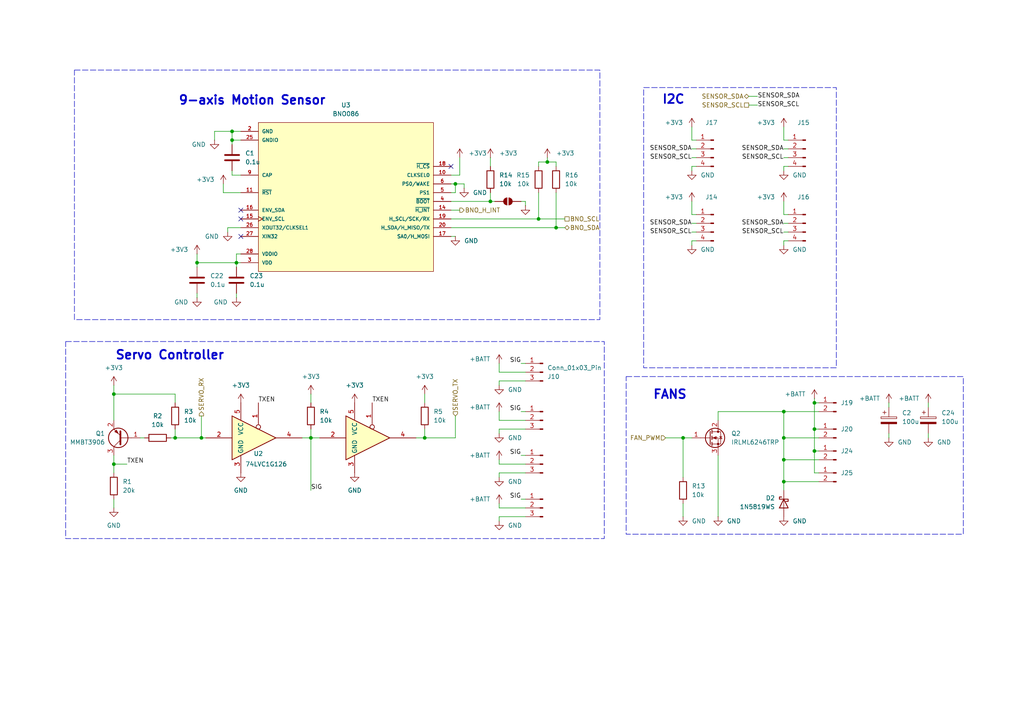
<source format=kicad_sch>
(kicad_sch (version 20250114) (generator "eeschema") (generator_version "9.0")
  (paper "A4")
  (lib_symbols
    (symbol "Beta:74LVC1G126"
      (property "Reference" "U" (at -10.16 7.62 0))
      (property "Value" "74LVC1G126" (at 2.54 -7.62 0))
      (symbol "74LVC1G126_0_1"
        (polyline (pts (xy -7.62 6.35) (xy -7.62 -6.35) (xy 5.08 0) (xy -7.62 6.35)) (stroke (width 0.254)) (fill (type background)))
      )
      (symbol "74LVC1G126_1_1"
        (pin input line (at -15.24 0 0) (length 7.62) (name "~") (number "2"))
        (pin power_in line (at -5.08 10.16 270) (length 5.08) (name "VCC") (number "5"))
        (pin power_in line (at -5.08 -10.16 90) (length 5.08) (name "GND") (number "3"))
        (pin input inverted (at 0 10.16 270) (length 7.62) (name "~") (number "1"))
        (pin tri_state line (at 12.7 0 180) (length 7.62) (name "~") (number "4"))
      )
    )
    (symbol "Beta:BNO086" (pin_names (offset 1.016))
      (property "Reference" "U6" (at 0 25.4 0))
      (property "Value" "BNO086" (at 0 22.86 0))
      (symbol "BNO086_0_0"
        (rectangle (start -25.4 20.32) (end 25.4 -22.86) (stroke (width 0.1524)) (fill (type background)))
        (pin input line (at -30.48 10.16 0) (length 5.08) (name "SA0/H_MOSI") (number "17"))
        (pin bidirectional line (at -30.48 7.62 0) (length 5.08) (name "H_SDA/H_MISO/TX") (number "20"))
        (pin bidirectional line (at -30.48 5.08 0) (length 5.08) (name "H_SCL/SCK/RX") (number "19"))
        (pin output line (at -30.48 2.54 0) (length 5.08) (name "~{H_INT}") (number "14"))
        (pin input line (at -30.48 0 0) (length 5.08) (name "~{BOOT}") (number "4"))
        (pin input line (at -30.48 -2.54 0) (length 5.08) (name "PS1") (number "5"))
        (pin input line (at -30.48 -5.08 0) (length 5.08) (name "PS0/WAKE") (number "6"))
        (pin input line (at -30.48 -7.62 0) (length 5.08) (name "CLKSEL0") (number "10"))
        (pin input line (at -30.48 -10.16 0) (length 5.08) (name "~{H_CS}") (number "18"))
        (pin no_connect line (at -30.48 -12.7 0) (length 5.08) (hide yes) (name "RESV_NC") (number "12"))
        (pin no_connect line (at -30.48 -13.97 0) (length 5.08) (hide yes) (name "RESV_NC") (number "7"))
        (pin no_connect line (at -30.48 -15.24 0) (length 5.08) (hide yes) (name "RESV_NC") (number "8"))
        (pin no_connect line (at -30.48 -16.51 0) (length 5.08) (hide yes) (name "RESV_NC") (number "24"))
        (pin no_connect line (at -30.48 -17.78 0) (length 5.08) (hide yes) (name "RESV_NC") (number "23"))
        (pin no_connect line (at -30.48 -19.05 0) (length 5.08) (hide yes) (name "RESV_NC") (number "22"))
        (pin no_connect line (at -30.48 -20.32 0) (length 5.08) (hide yes) (name "RESV_NC") (number "21"))
        (pin no_connect line (at -30.48 -21.59 0) (length 5.08) (hide yes) (name "RESV_NC") (number "13"))
        (pin power_in line (at 30.48 17.78 180) (length 5.08) (name "VDD") (number "3"))
        (pin power_in line (at 30.48 15.24 180) (length 5.08) (name "VDDIO") (number "28"))
        (pin input line (at 30.48 10.16 180) (length 5.08) (name "XIN32") (number "27"))
        (pin passive line (at 30.48 7.62 180) (length 5.08) (name "XOUT32/CLKSEL1") (number "26"))
        (pin bidirectional clock (at 30.48 5.08 180) (length 5.08) (name "ENV_SCL") (number "15"))
        (pin bidirectional line (at 30.48 2.54 180) (length 5.08) (name "ENV_SDA") (number "16"))
        (pin input line (at 30.48 -2.54 180) (length 5.08) (name "~{RST}") (number "11"))
        (pin passive line (at 30.48 -7.62 180) (length 5.08) (name "CAP") (number "9"))
        (pin power_in line (at 30.48 -17.78 180) (length 5.08) (name "GNDIO") (number "25"))
        (pin power_in line (at 30.48 -20.32 180) (length 5.08) (name "GND") (number "2"))
      )
      (symbol "BNO086_1_0"
        (pin no_connect line (at -30.48 -22.86 0) (length 5.08) (hide yes) (name "RESV_NC") (number "1"))
      )
    )
    (symbol "Connector:Conn_01x02_Pin" (pin_names (offset 1.016) (hide yes))
      (property "Reference" "J" (at 0 2.54 0))
      (property "Value" "Conn_01x02_Pin" (at 0 -5.08 0))
      (symbol "Conn_01x02_Pin_1_1"
        (rectangle (start 0.8636 0.127) (end 0 -0.127) (stroke (width 0.1524)) (fill (type outline)))
        (rectangle (start 0.8636 -2.413) (end 0 -2.667) (stroke (width 0.1524)) (fill (type outline)))
        (polyline (pts (xy 1.27 0) (xy 0.8636 0)) (stroke (width 0.1524)))
        (polyline (pts (xy 1.27 -2.54) (xy 0.8636 -2.54)) (stroke (width 0.1524)))
        (pin passive line (at 5.08 0 180) (length 3.81) (name "Pin_1") (number "1"))
        (pin passive line (at 5.08 -2.54 180) (length 3.81) (name "Pin_2") (number "2"))
      )
    )
    (symbol "Connector:Conn_01x03_Pin" (pin_names (offset 1.016) (hide yes))
      (property "Reference" "J" (at 0 5.08 0))
      (property "Value" "Conn_01x03_Pin" (at 0 -5.08 0))
      (symbol "Conn_01x03_Pin_1_1"
        (rectangle (start 0.8636 2.667) (end 0 2.413) (stroke (width 0.1524)) (fill (type outline)))
        (rectangle (start 0.8636 0.127) (end 0 -0.127) (stroke (width 0.1524)) (fill (type outline)))
        (rectangle (start 0.8636 -2.413) (end 0 -2.667) (stroke (width 0.1524)) (fill (type outline)))
        (polyline (pts (xy 1.27 2.54) (xy 0.8636 2.54)) (stroke (width 0.1524)))
        (polyline (pts (xy 1.27 0) (xy 0.8636 0)) (stroke (width 0.1524)))
        (polyline (pts (xy 1.27 -2.54) (xy 0.8636 -2.54)) (stroke (width 0.1524)))
        (pin passive line (at 5.08 2.54 180) (length 3.81) (name "Pin_1") (number "1"))
        (pin passive line (at 5.08 0 180) (length 3.81) (name "Pin_2") (number "2"))
        (pin passive line (at 5.08 -2.54 180) (length 3.81) (name "Pin_3") (number "3"))
      )
    )
    (symbol "Connector:Conn_01x04_Pin" (pin_names (offset 1.016) (hide yes))
      (property "Reference" "J" (at 0 5.08 0))
      (property "Value" "Conn_01x04_Pin" (at 0 -7.62 0))
      (symbol "Conn_01x04_Pin_1_1"
        (rectangle (start 0.8636 2.667) (end 0 2.413) (stroke (width 0.1524)) (fill (type outline)))
        (rectangle (start 0.8636 0.127) (end 0 -0.127) (stroke (width 0.1524)) (fill (type outline)))
        (rectangle (start 0.8636 -2.413) (end 0 -2.667) (stroke (width 0.1524)) (fill (type outline)))
        (rectangle (start 0.8636 -4.953) (end 0 -5.207) (stroke (width 0.1524)) (fill (type outline)))
        (polyline (pts (xy 1.27 2.54) (xy 0.8636 2.54)) (stroke (width 0.1524)))
        (polyline (pts (xy 1.27 0) (xy 0.8636 0)) (stroke (width 0.1524)))
        (polyline (pts (xy 1.27 -2.54) (xy 0.8636 -2.54)) (stroke (width 0.1524)))
        (polyline (pts (xy 1.27 -5.08) (xy 0.8636 -5.08)) (stroke (width 0.1524)))
        (pin passive line (at 5.08 2.54 180) (length 3.81) (name "Pin_1") (number "1"))
        (pin passive line (at 5.08 0 180) (length 3.81) (name "Pin_2") (number "2"))
        (pin passive line (at 5.08 -2.54 180) (length 3.81) (name "Pin_3") (number "3"))
        (pin passive line (at 5.08 -5.08 180) (length 3.81) (name "Pin_4") (number "4"))
      )
    )
    (symbol "Device:C" (pin_numbers (hide yes)) (pin_names (offset 0.254))
      (property "Reference" "C" (at 0.635 2.54 0))
      (property "Value" "C" (at 0.635 -2.54 0))
      (symbol "C_0_1"
        (polyline (pts (xy -2.032 0.762) (xy 2.032 0.762)) (stroke (width 0.508)))
        (polyline (pts (xy -2.032 -0.762) (xy 2.032 -0.762)) (stroke (width 0.508)))
      )
      (symbol "C_1_1"
        (pin passive line (at 0 3.81 270) (length 2.794) (name "~") (number "1"))
        (pin passive line (at 0 -3.81 90) (length 2.794) (name "~") (number "2"))
      )
    )
    (symbol "Device:C_Polarized" (pin_numbers (hide yes)) (pin_names (offset 0.254))
      (property "Reference" "C" (at 0.635 2.54 0))
      (property "Value" "C_Polarized" (at 0.635 -2.54 0))
      (symbol "C_Polarized_0_1"
        (rectangle (start -2.286 0.508) (end 2.286 1.016))
        (polyline (pts (xy -1.778 2.286) (xy -0.762 2.286)))
        (polyline (pts (xy -1.27 2.794) (xy -1.27 1.778)))
        (rectangle (start 2.286 -0.508) (end -2.286 -1.016) (fill (type outline)))
      )
      (symbol "C_Polarized_1_1"
        (pin passive line (at 0 3.81 270) (length 2.794) (name "~") (number "1"))
        (pin passive line (at 0 -3.81 90) (length 2.794) (name "~") (number "2"))
      )
    )
    (symbol "Device:D_Schottky" (pin_numbers (hide yes)) (pin_names (offset 1.016) (hide yes))
      (property "Reference" "D" (at 0 2.54 0))
      (property "Value" "D_Schottky" (at 0 -2.54 0))
      (symbol "D_Schottky_0_1"
        (polyline (pts (xy -1.905 0.635) (xy -1.905 1.27) (xy -1.27 1.27) (xy -1.27 -1.27) (xy -0.635 -1.27) (xy -0.635 -0.635)) (stroke (width 0.254)))
        (polyline (pts (xy 1.27 1.27) (xy 1.27 -1.27) (xy -1.27 0) (xy 1.27 1.27)) (stroke (width 0.254)))
        (polyline (pts (xy 1.27 0) (xy -1.27 0)))
      )
      (symbol "D_Schottky_1_1"
        (pin passive line (at -3.81 0 0) (length 2.54) (name "K") (number "1"))
        (pin passive line (at 3.81 0 180) (length 2.54) (name "A") (number "2"))
      )
    )
    (symbol "Device:R" (pin_numbers (hide yes)) (pin_names (offset 0))
      (property "Reference" "R" (at 2.032 0 90))
      (property "Value" "R" (at 0 0 90))
      (symbol "R_0_1"
        (rectangle (start -1.016 -2.54) (end 1.016 2.54) (stroke (width 0.254)))
      )
      (symbol "R_1_1"
        (pin passive line (at 0 3.81 270) (length 1.27) (name "~") (number "1"))
        (pin passive line (at 0 -3.81 90) (length 1.27) (name "~") (number "2"))
      )
    )
    (symbol "Jumper:SolderJumper_2_Open" (pin_numbers (hide yes)) (pin_names (offset 0) (hide yes)) (in_bom no)
      (property "Reference" "JP" (at 0 2.032 0))
      (property "Value" "SolderJumper_2_Open" (at 0 -2.54 0))
      (symbol "SolderJumper_2_Open_0_1"
        (polyline (pts (xy -0.254 1.016) (xy -0.254 -1.016)))
        (arc (start -0.254 -1.016) (mid -1.2656 0) (end -0.254 1.016))
        (arc (start -0.254 -1.016) (mid -1.2656 0) (end -0.254 1.016) (fill (type outline)))
        (arc (start 0.254 1.016) (mid 1.2656 0) (end 0.254 -1.016))
        (arc (start 0.254 1.016) (mid 1.2656 0) (end 0.254 -1.016) (fill (type outline)))
        (polyline (pts (xy 0.254 1.016) (xy 0.254 -1.016)))
      )
      (symbol "SolderJumper_2_Open_1_1"
        (pin passive line (at -3.81 0 0) (length 2.54) (name "A") (number "1"))
        (pin passive line (at 3.81 0 180) (length 2.54) (name "B") (number "2"))
      )
    )
    (symbol "Transistor_BJT:MMBT3906" (pin_names (offset 0) (hide yes))
      (property "Reference" "Q" (at 5.08 1.905 0))
      (property "Value" "MMBT3906" (at 5.08 0 0))
      (symbol "MMBT3906_0_1"
        (polyline (pts (xy -2.54 0) (xy 0.635 0)))
        (polyline (pts (xy 0.635 1.905) (xy 0.635 -1.905)) (stroke (width 0.508)))
        (polyline (pts (xy 0.635 0.635) (xy 2.54 2.54)))
        (polyline (pts (xy 0.635 -0.635) (xy 2.54 -2.54)))
        (circle (center 1.27 0) (radius 2.8194) (stroke (width 0.254)))
        (polyline (pts (xy 2.286 -1.778) (xy 1.778 -2.286) (xy 1.27 -1.27) (xy 2.286 -1.778)) (fill (type outline)))
      )
      (symbol "MMBT3906_1_1"
        (pin input line (at -5.08 0 0) (length 2.54) (name "B") (number "1"))
        (pin passive line (at 2.54 5.08 270) (length 2.54) (name "C") (number "3"))
        (pin passive line (at 2.54 -5.08 90) (length 2.54) (name "E") (number "2"))
      )
    )
    (symbol "Transistor_FET:Q_NMOS_GDS" (pin_names (offset 0) (hide yes))
      (property "Reference" "Q" (at 5.08 1.905 0))
      (property "Value" "Q_NMOS_GDS" (at 5.08 0 0))
      (symbol "Q_NMOS_GDS_0_1"
        (polyline (pts (xy 0.254 1.905) (xy 0.254 -1.905)) (stroke (width 0.254)))
        (polyline (pts (xy 0.254 0) (xy -2.54 0)))
        (polyline (pts (xy 0.762 2.286) (xy 0.762 1.27)) (stroke (width 0.254)))
        (polyline (pts (xy 0.762 0.508) (xy 0.762 -0.508)) (stroke (width 0.254)))
        (polyline (pts (xy 0.762 -1.27) (xy 0.762 -2.286)) (stroke (width 0.254)))
        (polyline (pts (xy 0.762 -1.778) (xy 3.302 -1.778) (xy 3.302 1.778) (xy 0.762 1.778)))
        (polyline (pts (xy 1.016 0) (xy 2.032 0.381) (xy 2.032 -0.381) (xy 1.016 0)) (fill (type outline)))
        (circle (center 1.651 0) (radius 2.794) (stroke (width 0.254)))
        (polyline (pts (xy 2.54 2.54) (xy 2.54 1.778)))
        (circle (center 2.54 1.778) (radius 0.254) (fill (type outline)))
        (circle (center 2.54 -1.778) (radius 0.254) (fill (type outline)))
        (polyline (pts (xy 2.54 -2.54) (xy 2.54 0) (xy 0.762 0)))
        (polyline (pts (xy 2.921 0.381) (xy 3.683 0.381)))
        (polyline (pts (xy 3.302 0.381) (xy 2.921 -0.254) (xy 3.683 -0.254) (xy 3.302 0.381)))
      )
      (symbol "Q_NMOS_GDS_1_1"
        (pin input line (at -5.08 0 0) (length 2.54) (name "G") (number "1"))
        (pin passive line (at 2.54 5.08 270) (length 2.54) (name "D") (number "2"))
        (pin passive line (at 2.54 -5.08 90) (length 2.54) (name "S") (number "3"))
      )
    )
    (symbol "power:+3V3" (power) (pin_numbers (hide yes)) (pin_names (offset 0) (hide yes))
      (property "Value" "+3V3" (at 0 3.556 0))
      (symbol "+3V3_0_1"
        (polyline (pts (xy -0.762 1.27) (xy 0 2.54)))
        (polyline (pts (xy 0 2.54) (xy 0.762 1.27)))
        (polyline (pts (xy 0 0) (xy 0 2.54)))
      )
      (symbol "+3V3_1_1"
        (pin power_in line (at 0 0 90) (length 0) (name "~") (number "1"))
      )
    )
    (symbol "power:+BATT" (power) (pin_numbers (hide yes)) (pin_names (offset 0) (hide yes))
      (property "Value" "+BATT" (at 0 3.556 0))
      (symbol "+BATT_0_1"
        (polyline (pts (xy -0.762 1.27) (xy 0 2.54)))
        (polyline (pts (xy 0 2.54) (xy 0.762 1.27)))
        (polyline (pts (xy 0 0) (xy 0 2.54)))
      )
      (symbol "+BATT_1_1"
        (pin power_in line (at 0 0 90) (length 0) (name "~") (number "1"))
      )
    )
    (symbol "power:GND" (power) (pin_numbers (hide yes)) (pin_names (offset 0) (hide yes))
      (property "Value" "GND" (at 0 -3.81 0))
      (symbol "GND_0_1"
        (polyline (pts (xy 0 0) (xy 0 -1.27) (xy 1.27 -1.27) (xy 0 -2.54) (xy -1.27 -1.27) (xy 0 -1.27)))
      )
      (symbol "GND_1_1"
        (pin power_in line (at 0 0 270) (length 0) (name "~") (number "1"))
      )
    )
  )
  (rectangle (start 181.61 109.22) (end 279.4 154.94) (stroke (width 0) (type dash)))
  (rectangle (start 186.69 25.4) (end 242.57 106.68) (stroke (width 0) (type dash)))
  (rectangle (start 19.05 99.06) (end 175.26 156.21) (stroke (width 0) (type dash)))
  (rectangle (start 21.59 20.32) (end 173.99 92.71) (stroke (width 0) (type dash)))
  (text "9-axis Motion Sensor" (at 73.152 29.21 0) (effects (font (size 2.54 2.54) (thickness 0.508) (bold yes))))
  (text "Servo Controller" (at 49.276 103.124 0) (effects (font (size 2.54 2.54) (thickness 0.508) (bold yes))))
  (text "I2C" (at 195.326 28.956 0) (effects (font (size 2.54 2.54) (thickness 0.508) (bold yes))))
  (text "FANS" (at 194.31 114.554 0) (effects (font (size 2.54 2.54) (thickness 0.508) (bold yes))))
  (junction (at 236.22 130.81))
  (junction (at 227.33 139.7))
  (junction (at 142.24 58.42))
  (junction (at 68.58 76.2))
  (junction (at 50.8 127))
  (junction (at 33.02 134.62))
  (junction (at 123.19 127))
  (junction (at 227.33 133.35))
  (junction (at 236.22 124.46))
  (junction (at 158.75 46.99))
  (junction (at 90.17 127))
  (junction (at 33.02 114.3))
  (junction (at 67.31 40.64))
  (junction (at 132.08 53.34))
  (junction (at 236.22 116.84))
  (junction (at 227.33 119.38))
  (junction (at 227.33 127))
  (junction (at 156.21 63.5))
  (junction (at 198.12 127))
  (junction (at 67.31 38.1))
  (junction (at 58.42 127))
  (junction (at 57.15 76.2))
  (junction (at 161.29 66.04))
  (no_connect (at 130.81 48.26))
  (no_connect (at 69.85 60.96))
  (no_connect (at 69.85 63.5))
  (no_connect (at 69.85 68.58))
  (wire (pts (xy 130.81 55.88) (xy 132.08 55.88)))
  (wire (pts (xy 156.21 63.5) (xy 163.83 63.5)))
  (wire (pts (xy 161.29 66.04) (xy 130.81 66.04)))
  (wire (pts (xy 236.22 124.46) (xy 237.49 124.46)))
  (wire (pts (xy 57.15 76.2) (xy 68.58 76.2)))
  (wire (pts (xy 144.78 147.32) (xy 144.78 146.05)))
  (wire (pts (xy 227.33 64.77) (xy 228.6 64.77)))
  (wire (pts (xy 90.17 124.46) (xy 90.17 127)))
  (wire (pts (xy 68.58 76.2) (xy 68.58 77.47)))
  (wire (pts (xy 227.33 119.38) (xy 227.33 127)))
  (wire (pts (xy 208.28 119.38) (xy 208.28 121.92)))
  (wire (pts (xy 227.33 36.83) (xy 227.33 40.64)))
  (wire (pts (xy 208.28 132.08) (xy 208.28 149.86)))
  (wire (pts (xy 50.8 114.3) (xy 50.8 116.84)))
  (wire (pts (xy 227.33 67.31) (xy 228.6 67.31)))
  (wire (pts (xy 33.02 134.62) (xy 33.02 137.16)))
  (wire (pts (xy 217.17 30.48) (xy 219.71 30.48)))
  (wire (pts (xy 67.31 38.1) (xy 62.23 38.1)))
  (wire (pts (xy 69.85 73.66) (xy 68.58 73.66)))
  (wire (pts (xy 130.81 53.34) (xy 132.08 53.34)))
  (wire (pts (xy 152.4 147.32) (xy 144.78 147.32)))
  (wire (pts (xy 90.17 127) (xy 90.17 142.24)))
  (wire (pts (xy 144.78 134.62) (xy 144.78 133.35)))
  (wire (pts (xy 227.33 48.26) (xy 228.6 48.26)))
  (wire (pts (xy 57.15 76.2) (xy 57.15 77.47)))
  (wire (pts (xy 198.12 138.43) (xy 198.12 127)))
  (wire (pts (xy 58.42 127) (xy 59.69 127)))
  (wire (pts (xy 92.71 127) (xy 90.17 127)))
  (wire (pts (xy 158.75 46.99) (xy 161.29 46.99)))
  (wire (pts (xy 257.81 125.73) (xy 257.81 127)))
  (wire (pts (xy 90.17 114.3) (xy 90.17 116.84)))
  (wire (pts (xy 130.81 68.58) (xy 132.08 68.58)))
  (wire (pts (xy 144.78 124.46) (xy 152.4 124.46)))
  (wire (pts (xy 144.78 125.73) (xy 144.78 124.46)))
  (wire (pts (xy 161.29 55.88) (xy 161.29 66.04)))
  (wire (pts (xy 69.85 76.2) (xy 68.58 76.2)))
  (wire (pts (xy 144.78 110.49) (xy 152.4 110.49)))
  (wire (pts (xy 151.13 105.41) (xy 152.4 105.41)))
  (wire (pts (xy 227.33 69.85) (xy 228.6 69.85)))
  (wire (pts (xy 217.17 27.94) (xy 219.71 27.94)))
  (wire (pts (xy 144.78 111.76) (xy 144.78 110.49)))
  (wire (pts (xy 57.15 73.66) (xy 57.15 76.2)))
  (wire (pts (xy 67.31 38.1) (xy 67.31 40.64)))
  (wire (pts (xy 237.49 133.35) (xy 227.33 133.35)))
  (wire (pts (xy 123.19 124.46) (xy 123.19 127)))
  (wire (pts (xy 200.66 58.42) (xy 200.66 62.23)))
  (wire (pts (xy 144.78 138.43) (xy 144.78 137.16)))
  (wire (pts (xy 163.83 66.04) (xy 161.29 66.04)))
  (wire (pts (xy 33.02 114.3) (xy 50.8 114.3)))
  (wire (pts (xy 193.04 127) (xy 198.12 127)))
  (wire (pts (xy 144.78 151.13) (xy 144.78 149.86)))
  (wire (pts (xy 269.24 116.84) (xy 269.24 118.11)))
  (wire (pts (xy 200.66 49.53) (xy 200.66 48.26)))
  (wire (pts (xy 200.66 64.77) (xy 201.93 64.77)))
  (wire (pts (xy 227.33 139.7) (xy 237.49 139.7)))
  (wire (pts (xy 33.02 134.62) (xy 36.83 134.62)))
  (wire (pts (xy 200.66 48.26) (xy 201.93 48.26)))
  (wire (pts (xy 62.23 38.1) (xy 62.23 40.64)))
  (wire (pts (xy 66.04 66.04) (xy 69.85 66.04)))
  (wire (pts (xy 152.4 58.42) (xy 151.13 58.42)))
  (wire (pts (xy 227.33 139.7) (xy 227.33 142.24)))
  (wire (pts (xy 132.08 120.65) (xy 132.08 127)))
  (wire (pts (xy 200.66 71.12) (xy 200.66 69.85)))
  (wire (pts (xy 200.66 62.23) (xy 201.93 62.23)))
  (wire (pts (xy 68.58 73.66) (xy 68.58 76.2)))
  (wire (pts (xy 200.66 43.18) (xy 201.93 43.18)))
  (wire (pts (xy 227.33 43.18) (xy 228.6 43.18)))
  (wire (pts (xy 151.13 119.38) (xy 152.4 119.38)))
  (wire (pts (xy 227.33 133.35) (xy 227.33 139.7)))
  (wire (pts (xy 227.33 40.64) (xy 228.6 40.64)))
  (wire (pts (xy 152.4 144.78) (xy 151.13 144.78)))
  (wire (pts (xy 237.49 130.81) (xy 236.22 130.81)))
  (wire (pts (xy 227.33 58.42) (xy 227.33 62.23)))
  (wire (pts (xy 40.64 127) (xy 41.91 127)))
  (wire (pts (xy 130.81 63.5) (xy 156.21 63.5)))
  (wire (pts (xy 257.81 116.84) (xy 257.81 118.11)))
  (wire (pts (xy 152.4 59.69) (xy 152.4 58.42)))
  (wire (pts (xy 33.02 132.08) (xy 33.02 134.62)))
  (wire (pts (xy 227.33 119.38) (xy 208.28 119.38)))
  (wire (pts (xy 236.22 116.84) (xy 237.49 116.84)))
  (wire (pts (xy 67.31 40.64) (xy 67.31 41.91)))
  (wire (pts (xy 120.65 127) (xy 123.19 127)))
  (wire (pts (xy 200.66 69.85) (xy 201.93 69.85)))
  (wire (pts (xy 87.63 127) (xy 90.17 127)))
  (wire (pts (xy 227.33 127) (xy 237.49 127)))
  (wire (pts (xy 269.24 127) (xy 269.24 125.73)))
  (wire (pts (xy 133.35 50.8) (xy 130.81 50.8)))
  (wire (pts (xy 200.66 45.72) (xy 201.93 45.72)))
  (wire (pts (xy 57.15 85.09) (xy 57.15 86.36)))
  (wire (pts (xy 200.66 36.83) (xy 200.66 40.64)))
  (wire (pts (xy 161.29 46.99) (xy 161.29 48.26)))
  (wire (pts (xy 227.33 71.12) (xy 227.33 69.85)))
  (wire (pts (xy 123.19 114.3) (xy 123.19 116.84)))
  (wire (pts (xy 144.78 121.92) (xy 144.78 119.38)))
  (wire (pts (xy 130.81 60.96) (xy 133.35 60.96)))
  (wire (pts (xy 68.58 85.09) (xy 68.58 86.36)))
  (wire (pts (xy 69.85 38.1) (xy 67.31 38.1)))
  (wire (pts (xy 134.62 53.34) (xy 134.62 54.61)))
  (wire (pts (xy 144.78 134.62) (xy 152.4 134.62)))
  (wire (pts (xy 69.85 50.8) (xy 67.31 50.8)))
  (wire (pts (xy 132.08 53.34) (xy 134.62 53.34)))
  (wire (pts (xy 64.77 55.88) (xy 69.85 55.88)))
  (wire (pts (xy 227.33 45.72) (xy 228.6 45.72)))
  (wire (pts (xy 236.22 137.16) (xy 236.22 130.81)))
  (wire (pts (xy 142.24 55.88) (xy 142.24 58.42)))
  (wire (pts (xy 236.22 130.81) (xy 236.22 124.46)))
  (wire (pts (xy 156.21 55.88) (xy 156.21 63.5)))
  (wire (pts (xy 227.33 127) (xy 227.33 133.35)))
  (wire (pts (xy 133.35 45.72) (xy 133.35 50.8)))
  (wire (pts (xy 67.31 40.64) (xy 69.85 40.64)))
  (wire (pts (xy 151.13 132.08) (xy 152.4 132.08)))
  (wire (pts (xy 50.8 124.46) (xy 50.8 127)))
  (wire (pts (xy 227.33 49.53) (xy 227.33 48.26)))
  (wire (pts (xy 132.08 53.34) (xy 132.08 55.88)))
  (wire (pts (xy 144.78 107.95) (xy 152.4 107.95)))
  (wire (pts (xy 236.22 115.57) (xy 236.22 116.84)))
  (wire (pts (xy 158.75 45.72) (xy 158.75 46.99)))
  (wire (pts (xy 142.24 58.42) (xy 130.81 58.42)))
  (wire (pts (xy 33.02 111.76) (xy 33.02 114.3)))
  (wire (pts (xy 200.66 67.31) (xy 201.93 67.31)))
  (wire (pts (xy 67.31 50.8) (xy 67.31 49.53)))
  (wire (pts (xy 144.78 107.95) (xy 144.78 105.41)))
  (wire (pts (xy 144.78 137.16) (xy 152.4 137.16)))
  (wire (pts (xy 227.33 119.38) (xy 237.49 119.38)))
  (wire (pts (xy 236.22 116.84) (xy 236.22 124.46)))
  (wire (pts (xy 144.78 121.92) (xy 152.4 121.92)))
  (wire (pts (xy 50.8 127) (xy 58.42 127)))
  (wire (pts (xy 142.24 45.72) (xy 142.24 48.26)))
  (wire (pts (xy 144.78 149.86) (xy 152.4 149.86)))
  (wire (pts (xy 158.75 46.99) (xy 156.21 46.99)))
  (wire (pts (xy 64.77 53.34) (xy 64.77 55.88)))
  (wire (pts (xy 237.49 137.16) (xy 236.22 137.16)))
  (wire (pts (xy 227.33 62.23) (xy 228.6 62.23)))
  (wire (pts (xy 198.12 127) (xy 200.66 127)))
  (wire (pts (xy 58.42 120.65) (xy 58.42 127)))
  (wire (pts (xy 200.66 40.64) (xy 201.93 40.64)))
  (wire (pts (xy 33.02 114.3) (xy 33.02 121.92)))
  (wire (pts (xy 198.12 146.05) (xy 198.12 149.86)))
  (wire (pts (xy 156.21 46.99) (xy 156.21 48.26)))
  (wire (pts (xy 142.24 58.42) (xy 143.51 58.42)))
  (wire (pts (xy 132.08 127) (xy 123.19 127)))
  (wire (pts (xy 33.02 147.32) (xy 33.02 144.78)))
  (wire (pts (xy 66.04 67.31) (xy 66.04 66.04)))
  (wire (pts (xy 50.8 127) (xy 49.53 127)))
  (label "TXEN" (at 36.83 134.62 0))
  (label "SENSOR_SCL" (at 200.66 45.72 180))
  (label "SENSOR_SCL" (at 200.66 67.31 180))
  (label "SIG" (at 151.13 105.41 180))
  (label "SENSOR_SDA" (at 227.33 64.77 180))
  (label "SIG" (at 151.13 144.78 180))
  (label "SENSOR_SCL" (at 227.33 67.31 180))
  (label "SIG" (at 90.17 142.24 0))
  (label "SENSOR_SDA" (at 219.71 27.94 0))
  (label "TXEN" (at 74.93 116.84 0))
  (label "SENSOR_SDA" (at 227.33 43.18 180))
  (label "SENSOR_SDA" (at 200.66 64.77 180))
  (label "SENSOR_SCL" (at 219.71 30.48 0))
  (label "SIG" (at 151.13 119.38 180))
  (label "SIG" (at 151.13 132.08 180))
  (label "SENSOR_SCL" (at 227.33 45.72 180))
  (label "SENSOR_SDA" (at 200.66 43.18 180))
  (label "TXEN" (at 107.95 116.84 0))
  (hierarchical_label "SERVO_RX" (shape output) (at 58.42 120.65 90))
  (hierarchical_label "SENSOR_SCL" (shape passive) (at 217.17 30.48 180))
  (hierarchical_label "SERVO_TX" (shape input) (at 132.08 120.65 90))
  (hierarchical_label "FAN_PWM" (shape input) (at 193.04 127 180))
  (hierarchical_label "BNO_H_INT" (shape output) (at 133.35 60.96 0))
  (hierarchical_label "SENSOR_SDA" (shape bidirectional) (at 217.17 27.94 180))
  (hierarchical_label "BNO_SDA" (shape bidirectional) (at 163.83 66.04 0))
  (hierarchical_label "BNO_SCL" (shape passive) (at 163.83 63.5 0))
  (symbol (lib_id "Device:R") (at 45.72 127 90) (unit 1)
    (property "Reference" "R2" (at 45.72 120.65 90))
    (property "Value" "10k" (at 45.72 123.19 90))
    (property "Footprint" "Resistor_SMD:R_0603_1608Metric" (effects (hide yes)))
    (property "Description" "Resistor" (effects (hide yes)))
    (property "DigiKey_Part_Number" "311-10KGRCT-ND" (effects (hide yes)))
    (property "MANUFACTURER" "YAGEO" (effects (hide yes)))
    (property "MP" "RC0603JR-0710KL" (effects (hide yes)))
  )
  (symbol (lib_id "Connector:Conn_01x02_Pin") (at 242.57 116.84 0) (mirror y) (unit 1)
    (property "Reference" "J19" (at 243.84 116.8399 0) (effects (justify right)))
    (property "Value" "Conn_01x02_Pin" (effects (hide yes)))
    (property "Footprint" "Connector_JST:JST_PH_B2B-PH-K_1x02_P2.00mm_Vertical" (effects (hide yes)))
    (property "Description" "Generic connector, single row, 01x02, script generated" (effects (hide yes)))
    (property "DigiKey_Part_Number" "455-B2B-PH-KL-ND" (effects (hide yes)))
    (property "MANUFACTURER" "JST Sales America Inc." (effects (hide yes)))
    (property "MP" "B2B-PH-KL" (effects (hide yes)))
  )
  (symbol (lib_id "power:GND") (at 144.78 138.43 0) (unit 1)
    (property "Reference" "#PWR085" (effects (hide yes)))
    (property "Value" "GND" (at 147.32 139.6999 0) (effects (justify left)))
    (property "Description" "Power symbol creates a global label with name \"GND\" , ground" (effects (hide yes)))
  )
  (symbol (lib_id "Beta:74LVC1G126") (at 74.93 127 0) (unit 1)
    (property "Reference" "U2" (at 74.93 131.572 0))
    (property "Value" "74LVC1G126" (at 77.216 134.62 0))
    (property "Footprint" "Package_TO_SOT_SMD:SOT-23-5" (effects (hide yes)))
    (property "Description" "Single Buffer Gate Tri-State, Low-Voltage CMOS" (effects (hide yes)))
    (property "Supplier" "https://www.tme.eu/en/details/sn74lvc1g126dbvr/buffers-transceivers-drivers/texas-instruments/" (effects (hide yes)))
    (property "DigiKey_Part_Number" "5272-SN74LVC1G126DBVR-EVDKR-ND" (effects (hide yes)))
    (property "MANUFACTURER" "EVVO" (effects (hide yes)))
    (property "MP" "SN74LVC1G126DBVR-EV" (effects (hide yes)))
  )
  (symbol (lib_id "Connector:Conn_01x04_Pin") (at 233.68 64.77 0) (mirror y) (unit 1)
    (property "Reference" "J16" (at 233.045 57.15 0))
    (property "Value" "Conn_01x04_Pin" (effects (hide yes)))
    (property "Footprint" "Connector_JST:JST_PH_B4B-PH-K_1x04_P2.00mm_Vertical" (effects (hide yes)))
    (property "Description" "Generic connector, single row, 01x04, script generated" (effects (hide yes)))
    (property "MP" "S4B-PH-K" (effects (hide yes)))
  )
  (symbol (lib_id "power:+BATT") (at 269.24 116.84 0) (mirror y) (unit 1)
    (property "Reference" "#PWR0150" (effects (hide yes)))
    (property "Value" "+BATT" (at 266.7 115.5699 0) (effects (justify left)))
    (property "Description" "Power symbol creates a global label with name \"+BATT\"" (effects (hide yes)))
  )
  (symbol (lib_id "Transistor_FET:Q_NMOS_GDS") (at 205.74 127 0) (unit 1)
    (property "Reference" "Q2" (at 212.09 125.7299 0) (effects (justify left)))
    (property "Value" "IRLML6246TRP" (at 212.09 128.2699 0) (effects (justify left)))
    (property "Footprint" "Package_TO_SOT_SMD:SOT-23" (effects (hide yes)))
    (property "Description" "N-MOSFET transistor, gate/drain/source" (effects (hide yes)))
    (property "DigiKey_Part_Number" "IRLML6246TRPBFDKR-ND" (effects (hide yes)))
    (property "MANUFACTURER" "Infineon Technologies" (effects (hide yes)))
    (property "MP" "IRLML6246TRPBF" (effects (hide yes)))
  )
  (symbol (lib_id "power:+3V3") (at 158.75 45.72 0) (unit 1)
    (property "Reference" "#PWR0144" (effects (hide yes)))
    (property "Value" "+3V3" (at 161.29 44.4499 0) (effects (justify left)))
    (property "Description" "Power symbol creates a global label with name \"+3V3\"" (effects (hide yes)))
  )
  (symbol (lib_id "Beta:BNO086") (at 100.33 58.42 180) (unit 1)
    (property "Reference" "U3" (at 100.33 30.48 0))
    (property "Value" "BNO086" (at 100.33 33.02 0))
    (property "Footprint" "BETA:IC_BNO086" (effects (hide yes)))
    (property "DigiKey_Part_Number" "1888-BNO086CT-ND" (effects (hide yes)))
    (property "SnapEDA_Link" "https://www.snapeda.com/parts/BNO086/CEVA+Technologies%252C+Inc./view-part/?ref=snap" (effects (hide yes)))
    (property "MAXIMUM_PACKAGE_HEIGHT" "1.18mm" (effects (hide yes)))
    (property "Package" "TFLGA-28 CEVA Technologies, Inc." (effects (hide yes)))
    (property "Check_prices" "https://www.snapeda.com/parts/BNO086/CEVA+Technologies%252C+Inc./view-part/?ref=eda" (effects (hide yes)))
    (property "STANDARD" "Manufacturer Recommendations" (effects (hide yes)))
    (property "PARTREV" "v1.17" (effects (hide yes)))
    (property "MF" "CEVA Technologies, Inc." (effects (hide yes)))
    (property "MP" "BNO086" (effects (hide yes)))
    (property "Description_1" "Accelerometer, Gyroscope, Magnetometer, Temperature, 9 Axis Sensor I2C, SPI Output" (effects (hide yes)))
    (property "MANUFACTURER" "Hillcrest Laboratories, Inc." (effects (hide yes)))
  )
  (symbol (lib_id "power:+3V3") (at 33.02 111.76 0) (unit 1)
    (property "Reference" "#PWR066" (effects (hide yes)))
    (property "Value" "+3V3" (at 33.02 106.68 0))
    (property "Description" "Power symbol creates a global label with name \"+3V3\"" (effects (hide yes)))
  )
  (symbol (lib_id "power:GND") (at 69.85 137.16 0) (unit 1)
    (property "Reference" "#PWR071" (effects (hide yes)))
    (property "Value" "GND" (at 69.85 142.24 0))
    (property "Description" "Power symbol creates a global label with name \"GND\" , ground" (effects (hide yes)))
  )
  (symbol (lib_id "Beta:74LVC1G126") (at 107.95 127 0) (unit 1)
    (property "Reference" "U4" (effects (hide yes)))
    (property "Value" "74LVC1G126" (effects (hide yes)))
    (property "Footprint" "Package_TO_SOT_SMD:SOT-23-5" (effects (hide yes)))
    (property "Description" "Single Buffer Gate Tri-State, Low-Voltage CMOS" (effects (hide yes)))
    (property "Supplier" "https://www.tme.eu/en/details/sn74lvc1g126dbvr/buffers-transceivers-drivers/texas-instruments/" (effects (hide yes)))
    (property "DigiKey_Part_Number" "5272-SN74LVC1G126DBVR-EVDKR-ND" (effects (hide yes)))
    (property "MANUFACTURER" "EVVO" (effects (hide yes)))
    (property "MP" "SN74LVC1G126DBVR-EV" (effects (hide yes)))
  )
  (symbol (lib_id "power:GND") (at 200.66 49.53 0) (unit 1)
    (property "Reference" "#PWR0132" (effects (hide yes)))
    (property "Value" "GND" (at 203.2 50.7999 0) (effects (justify left)))
    (property "Description" "Power symbol creates a global label with name \"GND\" , ground" (effects (hide yes)))
  )
  (symbol (lib_id "power:GND") (at 227.33 71.12 0) (unit 1)
    (property "Reference" "#PWR0136" (effects (hide yes)))
    (property "Value" "GND" (at 229.87 72.3899 0) (effects (justify left)))
    (property "Description" "Power symbol creates a global label with name \"GND\" , ground" (effects (hide yes)))
  )
  (symbol (lib_id "power:GND") (at 62.23 40.64 0) (mirror y) (unit 1)
    (property "Reference" "#PWR068" (effects (hide yes)))
    (property "Value" "GND" (at 59.69 41.9099 0) (effects (justify left)))
    (property "Description" "Power symbol creates a global label with name \"GND\" , ground" (effects (hide yes)))
  )
  (symbol (lib_id "power:GND") (at 144.78 111.76 0) (unit 1)
    (property "Reference" "#PWR081" (effects (hide yes)))
    (property "Value" "GND" (at 147.32 113.0299 0) (effects (justify left)))
    (property "Description" "Power symbol creates a global label with name \"GND\" , ground" (effects (hide yes)))
  )
  (symbol (lib_id "Connector:Conn_01x04_Pin") (at 207.01 64.77 0) (mirror y) (unit 1)
    (property "Reference" "J14" (at 206.375 57.15 0))
    (property "Value" "Conn_01x04_Pin" (effects (hide yes)))
    (property "Footprint" "Connector_JST:JST_PH_B4B-PH-K_1x04_P2.00mm_Vertical" (effects (hide yes)))
    (property "Description" "Generic connector, single row, 01x04, script generated" (effects (hide yes)))
    (property "MP" "S4B-PH-K" (effects (hide yes)))
  )
  (symbol (lib_id "power:+3V3") (at 102.87 116.84 0) (unit 1)
    (property "Reference" "#PWR073" (effects (hide yes)))
    (property "Value" "+3V3" (at 102.87 111.76 0))
    (property "Description" "Power symbol creates a global label with name \"+3V3\"" (effects (hide yes)))
  )
  (symbol (lib_id "Connector:Conn_01x02_Pin") (at 242.57 137.16 0) (mirror y) (unit 1)
    (property "Reference" "J25" (at 243.84 137.1599 0) (effects (justify right)))
    (property "Value" "Conn_01x02_Pin" (effects (hide yes)))
    (property "Footprint" "Connector_JST:JST_PH_B2B-PH-K_1x02_P2.00mm_Vertical" (effects (hide yes)))
    (property "Description" "Generic connector, single row, 01x02, script generated" (effects (hide yes)))
    (property "DigiKey_Part_Number" "455-B2B-PH-KL-ND" (effects (hide yes)))
    (property "MANUFACTURER" "JST Sales America Inc." (effects (hide yes)))
    (property "MP" "B2B-PH-KL" (effects (hide yes)))
  )
  (symbol (lib_id "power:+3V3") (at 133.35 45.72 0) (unit 1)
    (property "Reference" "#PWR077" (effects (hide yes)))
    (property "Value" "+3V3" (at 135.89 44.4499 0) (effects (justify left)))
    (property "Description" "Power symbol creates a global label with name \"+3V3\"" (effects (hide yes)))
  )
  (symbol (lib_id "power:GND") (at 57.15 86.36 0) (mirror y) (unit 1)
    (property "Reference" "#PWR0142" (effects (hide yes)))
    (property "Value" "GND" (at 54.61 87.6299 0) (effects (justify left)))
    (property "Description" "Power symbol creates a global label with name \"GND\" , ground" (effects (hide yes)))
  )
  (symbol (lib_id "Device:R") (at 142.24 52.07 0) (unit 1)
    (property "Reference" "R14" (at 144.78 50.7999 0) (effects (justify left)))
    (property "Value" "10k" (at 144.78 53.3399 0) (effects (justify left)))
    (property "Footprint" "Resistor_SMD:R_0603_1608Metric" (effects (hide yes)))
    (property "Description" "Resistor" (effects (hide yes)))
  )
  (symbol (lib_id "power:+3V3") (at 123.19 114.3 0) (unit 1)
    (property "Reference" "#PWR075" (effects (hide yes)))
    (property "Value" "+3V3" (at 123.19 109.22 0))
    (property "Description" "Power symbol creates a global label with name \"+3V3\"" (effects (hide yes)))
  )
  (symbol (lib_id "Connector:Conn_01x03_Pin") (at 157.48 121.92 0) (mirror y) (unit 1)
    (property "Reference" "J11" (effects (hide yes)))
    (property "Value" "Conn_01x03_Pin" (effects (hide yes)))
    (property "Footprint" "Connector_JST:JST_XH_B3B-XH-A_1x03_P2.50mm_Vertical" (effects (hide yes)))
    (property "Description" "Generic connector, single row, 01x03, script generated" (effects (hide yes)))
    (property "DigiKey_Part_Number" "455-S3B-XH-A-ND" (effects (hide yes)))
    (property "MANUFACTURER" "JST Sales America Inc." (effects (hide yes)))
    (property "MP" "S3B-XH-A" (effects (hide yes)))
  )
  (symbol (lib_id "power:GND") (at 208.28 149.86 0) (unit 1)
    (property "Reference" "#PWR0126" (effects (hide yes)))
    (property "Value" "GND" (at 210.82 151.1299 0) (effects (justify left)))
    (property "Description" "Power symbol creates a global label with name \"GND\" , ground" (effects (hide yes)))
  )
  (symbol (lib_id "power:+3V3") (at 64.77 53.34 0) (mirror y) (unit 1)
    (property "Reference" "#PWR0145" (effects (hide yes)))
    (property "Value" "+3V3" (at 62.23 52.0699 0) (effects (justify left)))
    (property "Description" "Power symbol creates a global label with name \"+3V3\"" (effects (hide yes)))
  )
  (symbol (lib_id "power:+BATT") (at 144.78 133.35 0) (mirror y) (unit 1)
    (property "Reference" "#PWR084" (effects (hide yes)))
    (property "Value" "+BATT" (at 142.24 132.0799 0) (effects (justify left)))
    (property "Description" "Power symbol creates a global label with name \"+BATT\"" (effects (hide yes)))
  )
  (symbol (lib_id "power:GND") (at 102.87 137.16 0) (unit 1)
    (property "Reference" "#PWR074" (effects (hide yes)))
    (property "Value" "GND" (at 102.87 142.24 0))
    (property "Description" "Power symbol creates a global label with name \"GND\" , ground" (effects (hide yes)))
  )
  (symbol (lib_id "power:GND") (at 134.62 54.61 0) (unit 1)
    (property "Reference" "#PWR078" (effects (hide yes)))
    (property "Value" "GND" (at 137.16 55.8799 0) (effects (justify left)))
    (property "Description" "Power symbol creates a global label with name \"GND\" , ground" (effects (hide yes)))
  )
  (symbol (lib_id "Device:R") (at 156.21 52.07 0) (mirror y) (unit 1)
    (property "Reference" "R15" (at 153.67 50.7999 0) (effects (justify left)))
    (property "Value" "10k" (at 153.67 53.3399 0) (effects (justify left)))
    (property "Footprint" "Resistor_SMD:R_0603_1608Metric" (effects (hide yes)))
    (property "Description" "Resistor" (effects (hide yes)))
  )
  (symbol (lib_id "power:GND") (at 198.12 149.86 0) (unit 1)
    (property "Reference" "#PWR0125" (effects (hide yes)))
    (property "Value" "GND" (at 200.66 151.1299 0) (effects (justify left)))
    (property "Description" "Power symbol creates a global label with name \"GND\" , ground" (effects (hide yes)))
  )
  (symbol (lib_id "Connector:Conn_01x03_Pin") (at 157.48 147.32 0) (mirror y) (unit 1)
    (property "Reference" "J13" (effects (hide yes)))
    (property "Value" "Conn_01x03_Pin" (effects (hide yes)))
    (property "Footprint" "Connector_JST:JST_XH_B3B-XH-A_1x03_P2.50mm_Vertical" (effects (hide yes)))
    (property "Description" "Generic connector, single row, 01x03, script generated" (effects (hide yes)))
    (property "DigiKey_Part_Number" "455-S3B-XH-A-ND" (effects (hide yes)))
    (property "MANUFACTURER" "JST Sales America Inc." (effects (hide yes)))
    (property "MP" "S3B-XH-A" (effects (hide yes)))
  )
  (symbol (lib_id "power:+3V3") (at 69.85 116.84 0) (unit 1)
    (property "Reference" "#PWR070" (effects (hide yes)))
    (property "Value" "+3V3" (at 69.85 111.76 0))
    (property "Description" "Power symbol creates a global label with name \"+3V3\"" (effects (hide yes)))
  )
  (symbol (lib_id "Connector:Conn_01x04_Pin") (at 233.68 43.18 0) (mirror y) (unit 1)
    (property "Reference" "J15" (at 233.045 35.56 0))
    (property "Value" "Conn_01x04_Pin" (effects (hide yes)))
    (property "Footprint" "Connector_JST:JST_PH_B4B-PH-K_1x04_P2.00mm_Vertical" (effects (hide yes)))
    (property "Description" "Generic connector, single row, 01x04, script generated" (effects (hide yes)))
    (property "MP" "S4B-PH-K" (effects (hide yes)))
  )
  (symbol (lib_id "power:+3V3") (at 200.66 36.83 0) (mirror y) (unit 1)
    (property "Reference" "#PWR0131" (effects (hide yes)))
    (property "Value" "+3V3" (at 198.12 35.5599 0) (effects (justify left)))
    (property "Description" "Power symbol creates a global label with name \"+3V3\"" (effects (hide yes)))
  )
  (symbol (lib_id "Connector:Conn_01x02_Pin") (at 242.57 124.46 0) (mirror y) (unit 1)
    (property "Reference" "J20" (at 243.84 124.4599 0) (effects (justify right)))
    (property "Value" "Conn_01x02_Pin" (effects (hide yes)))
    (property "Footprint" "Connector_JST:JST_PH_B2B-PH-K_1x02_P2.00mm_Vertical" (effects (hide yes)))
    (property "Description" "Generic connector, single row, 01x02, script generated" (effects (hide yes)))
    (property "DigiKey_Part_Number" "455-B2B-PH-KL-ND" (effects (hide yes)))
    (property "MANUFACTURER" "JST Sales America Inc." (effects (hide yes)))
    (property "MP" "B2B-PH-KL" (effects (hide yes)))
  )
  (symbol (lib_id "power:+3V3") (at 200.66 58.42 0) (mirror y) (unit 1)
    (property "Reference" "#PWR0137" (effects (hide yes)))
    (property "Value" "+3V3" (at 198.12 57.1499 0) (effects (justify left)))
    (property "Description" "Power symbol creates a global label with name \"+3V3\"" (effects (hide yes)))
  )
  (symbol (lib_id "Device:C") (at 67.31 45.72 0) (unit 1)
    (property "Reference" "C1" (at 71.12 44.4499 0) (effects (justify left)))
    (property "Value" "0.1u" (at 71.12 46.9899 0) (effects (justify left)))
    (property "Footprint" "Capacitor_SMD:C_0603_1608Metric" (effects (hide yes)))
    (property "Description" "Unpolarized capacitor" (effects (hide yes)))
    (property "DigiKey_Part_Number" "2571-GMC10X7R104K50NTTR-ND" (effects (hide yes)))
    (property "MANUFACTURER" "Cal-Chip Electronics, Inc." (effects (hide yes)))
    (property "MP" "GMC10X7R104K50NT" (effects (hide yes)))
  )
  (symbol (lib_id "Device:R") (at 161.29 52.07 0) (unit 1)
    (property "Reference" "R16" (at 163.83 50.7999 0) (effects (justify left)))
    (property "Value" "10k" (at 163.83 53.3399 0) (effects (justify left)))
    (property "Footprint" "Resistor_SMD:R_0603_1608Metric" (effects (hide yes)))
    (property "Description" "Resistor" (effects (hide yes)))
  )
  (symbol (lib_id "power:GND") (at 144.78 125.73 0) (unit 1)
    (property "Reference" "#PWR083" (effects (hide yes)))
    (property "Value" "GND" (at 147.32 126.9999 0) (effects (justify left)))
    (property "Description" "Power symbol creates a global label with name \"GND\" , ground" (effects (hide yes)))
  )
  (symbol (lib_id "Device:C_Polarized") (at 269.24 121.92 0) (unit 1)
    (property "Reference" "C24" (at 273.05 119.7609 0) (effects (justify left)))
    (property "Value" "100u" (at 273.05 122.3009 0) (effects (justify left)))
    (property "Footprint" "Capacitor_SMD:CP_Elec_6.3x5.7" (effects (hide yes)))
    (property "Description" "Polarized capacitor" (effects (hide yes)))
    (property "DigiKey_Part_Number" "493-15344-ND" (effects (hide yes)))
    (property "MANUFACTURER" "Nichicon" (effects (hide yes)))
    (property "MP" "RKS1E221MCNAHHGS" (effects (hide yes)))
  )
  (symbol (lib_id "Device:R") (at 198.12 142.24 0) (unit 1)
    (property "Reference" "R13" (at 200.66 140.9699 0) (effects (justify left)))
    (property "Value" "10k" (at 200.66 143.5099 0) (effects (justify left)))
    (property "Footprint" "Resistor_SMD:R_0603_1608Metric" (effects (hide yes)))
    (property "Description" "Resistor" (effects (hide yes)))
    (property "DigiKey_Part_Number" "311-10KGRCT-ND" (effects (hide yes)))
    (property "MANUFACTURER" "YAGEO" (effects (hide yes)))
    (property "MP" "RC0603JR-0710KL" (effects (hide yes)))
  )
  (symbol (lib_id "Connector:Conn_01x03_Pin") (at 157.48 107.95 0) (mirror y) (unit 1)
    (property "Reference" "J10" (at 158.75 109.2201 0) (effects (justify right)))
    (property "Value" "Conn_01x03_Pin" (at 158.75 106.6801 0) (effects (justify right)))
    (property "Footprint" "Connector_JST:JST_XH_B3B-XH-A_1x03_P2.50mm_Vertical" (effects (hide yes)))
    (property "Description" "Generic connector, single row, 01x03, script generated" (effects (hide yes)))
    (property "DigiKey_Part_Number" "455-S3B-XH-A-ND" (effects (hide yes)))
    (property "MANUFACTURER" "JST Sales America Inc." (effects (hide yes)))
    (property "MP" "S3B-XH-A" (effects (hide yes)))
  )
  (symbol (lib_id "Connector:Conn_01x04_Pin") (at 207.01 43.18 0) (mirror y) (unit 1)
    (property "Reference" "J17" (at 206.375 35.56 0))
    (property "Value" "Conn_01x04_Pin" (effects (hide yes)))
    (property "Footprint" "Connector_JST:JST_PH_B4B-PH-K_1x04_P2.00mm_Vertical" (effects (hide yes)))
    (property "Description" "Generic connector, single row, 01x04, script generated" (effects (hide yes)))
    (property "MP" "S4B-PH-K" (effects (hide yes)))
  )
  (symbol (lib_id "Device:C") (at 68.58 81.28 0) (unit 1)
    (property "Reference" "C23" (at 72.39 80.0099 0) (effects (justify left)))
    (property "Value" "0.1u" (at 72.39 82.5499 0) (effects (justify left)))
    (property "Footprint" "Capacitor_SMD:C_0603_1608Metric" (effects (hide yes)))
    (property "Description" "Unpolarized capacitor" (effects (hide yes)))
    (property "DigiKey_Part_Number" "2571-GMC10X7R104K50NTTR-ND" (effects (hide yes)))
    (property "MANUFACTURER" "Cal-Chip Electronics, Inc." (effects (hide yes)))
    (property "MP" "GMC10X7R104K50NT" (effects (hide yes)))
  )
  (symbol (lib_id "Device:C") (at 57.15 81.28 0) (unit 1)
    (property "Reference" "C22" (at 60.96 80.0099 0) (effects (justify left)))
    (property "Value" "0.1u" (at 60.96 82.5499 0) (effects (justify left)))
    (property "Footprint" "Capacitor_SMD:C_0603_1608Metric" (effects (hide yes)))
    (property "Description" "Unpolarized capacitor" (effects (hide yes)))
    (property "DigiKey_Part_Number" "2571-GMC10X7R104K50NTTR-ND" (effects (hide yes)))
    (property "MANUFACTURER" "Cal-Chip Electronics, Inc." (effects (hide yes)))
    (property "MP" "GMC10X7R104K50NT" (effects (hide yes)))
  )
  (symbol (lib_id "power:GND") (at 200.66 71.12 0) (unit 1)
    (property "Reference" "#PWR0138" (effects (hide yes)))
    (property "Value" "GND" (at 203.2 72.3899 0) (effects (justify left)))
    (property "Description" "Power symbol creates a global label with name \"GND\" , ground" (effects (hide yes)))
  )
  (symbol (lib_id "power:+BATT") (at 257.81 116.84 0) (mirror y) (unit 1)
    (property "Reference" "#PWR089" (effects (hide yes)))
    (property "Value" "+BATT" (at 255.27 115.5699 0) (effects (justify left)))
    (property "Description" "Power symbol creates a global label with name \"+BATT\"" (effects (hide yes)))
  )
  (symbol (lib_id "power:+BATT") (at 144.78 119.38 0) (mirror y) (unit 1)
    (property "Reference" "#PWR082" (effects (hide yes)))
    (property "Value" "+BATT" (at 142.24 118.1099 0) (effects (justify left)))
    (property "Description" "Power symbol creates a global label with name \"+BATT\"" (effects (hide yes)))
  )
  (symbol (lib_id "Device:R") (at 123.19 120.65 0) (unit 1)
    (property "Reference" "R5" (at 125.73 119.3799 0) (effects (justify left)))
    (property "Value" "10k" (at 125.73 121.9199 0) (effects (justify left)))
    (property "Footprint" "Resistor_SMD:R_0603_1608Metric" (effects (hide yes)))
    (property "Description" "Resistor" (effects (hide yes)))
    (property "DigiKey_Part_Number" "311-10KGRCT-ND" (effects (hide yes)))
    (property "MANUFACTURER" "YAGEO" (effects (hide yes)))
    (property "MP" "RC0603JR-0710KL" (effects (hide yes)))
  )
  (symbol (lib_id "Device:R") (at 33.02 140.97 180) (unit 1)
    (property "Reference" "R1" (at 35.56 139.6999 0) (effects (justify right)))
    (property "Value" "20k" (at 35.56 142.2399 0) (effects (justify right)))
    (property "Footprint" "Resistor_SMD:R_0603_1608Metric" (effects (hide yes)))
    (property "Description" "Resistor" (effects (hide yes)))
    (property "DigiKey_Part_Number" "CR0603-JW-203ELFCT-ND" (effects (hide yes)))
    (property "MANUFACTURER" "Bourns Inc." (effects (hide yes)))
    (property "MP" "CR0603-JW-203ELF" (effects (hide yes)))
  )
  (symbol (lib_id "power:+3V3") (at 90.17 114.3 0) (unit 1)
    (property "Reference" "#PWR072" (effects (hide yes)))
    (property "Value" "+3V3" (at 90.17 109.22 0))
    (property "Description" "Power symbol creates a global label with name \"+3V3\"" (effects (hide yes)))
  )
  (symbol (lib_id "Connector:Conn_01x03_Pin") (at 157.48 134.62 0) (mirror y) (unit 1)
    (property "Reference" "J12" (effects (hide yes)))
    (property "Value" "Conn_01x03_Pin" (effects (hide yes)))
    (property "Footprint" "Connector_JST:JST_XH_B3B-XH-A_1x03_P2.50mm_Vertical" (effects (hide yes)))
    (property "Description" "Generic connector, single row, 01x03, script generated" (effects (hide yes)))
    (property "DigiKey_Part_Number" "455-S3B-XH-A-ND" (effects (hide yes)))
    (property "MANUFACTURER" "JST Sales America Inc." (effects (hide yes)))
    (property "MP" "S3B-XH-A" (effects (hide yes)))
  )
  (symbol (lib_id "Transistor_BJT:MMBT3906") (at 35.56 127 180) (unit 1)
    (property "Reference" "Q1" (at 30.48 125.7299 0) (effects (justify left)))
    (property "Value" "MMBT3906" (at 30.48 128.2699 0) (effects (justify left)))
    (property "Footprint" "Package_TO_SOT_SMD:SOT-23" (effects (hide yes)))
    (property "Datasheet" "https://www.onsemi.com/pdf/datasheet/pzt3906-d.pdf" (effects (hide yes)))
    (property "Description" "-0.2A Ic, -40V Vce, Small Signal PNP Transistor, SOT-23" (effects (hide yes)))
    (property "Supplier" "https://www.tme.eu/en/details/mmbt3906-tp/pnp-smd-transistors/micro-commercial-components/" (effects (hide yes)))
    (property "Sim.Device" "PNP" (effects (hide yes)))
    (property "Sim.Pins" "1=B 2=E 3=C" (effects (hide yes)))
    (property "DigiKey_Part_Number" "3372-MMBT3906TR-ND" (effects (hide yes)))
    (property "MANUFACTURER" "MDD" (effects (hide yes)))
    (property "MP" "MMBT3906" (effects (hide yes)))
  )
  (symbol (lib_id "Connector:Conn_01x02_Pin") (at 242.57 130.81 0) (mirror y) (unit 1)
    (property "Reference" "J24" (at 243.84 130.8099 0) (effects (justify right)))
    (property "Value" "Conn_01x02_Pin" (effects (hide yes)))
    (property "Footprint" "Connector_JST:JST_PH_B2B-PH-K_1x02_P2.00mm_Vertical" (effects (hide yes)))
    (property "Description" "Generic connector, single row, 01x02, script generated" (effects (hide yes)))
    (property "DigiKey_Part_Number" "455-B2B-PH-KL-ND" (effects (hide yes)))
    (property "MANUFACTURER" "JST Sales America Inc." (effects (hide yes)))
    (property "MP" "B2B-PH-KL" (effects (hide yes)))
  )
  (symbol (lib_id "power:GND") (at 269.24 127 0) (unit 1)
    (property "Reference" "#PWR0156" (effects (hide yes)))
    (property "Value" "GND" (at 271.78 128.2699 0) (effects (justify left)))
    (property "Description" "Power symbol creates a global label with name \"GND\" , ground" (effects (hide yes)))
  )
  (symbol (lib_id "power:GND") (at 132.08 68.58 0) (unit 1)
    (property "Reference" "#PWR076" (effects (hide yes)))
    (property "Value" "GND" (at 134.62 69.8499 0) (effects (justify left)))
    (property "Description" "Power symbol creates a global label with name \"GND\" , ground" (effects (hide yes)))
  )
  (symbol (lib_id "power:+BATT") (at 144.78 105.41 0) (mirror y) (unit 1)
    (property "Reference" "#PWR080" (effects (hide yes)))
    (property "Value" "+BATT" (at 142.24 104.1399 0) (effects (justify left)))
    (property "Description" "Power symbol creates a global label with name \"+BATT\"" (effects (hide yes)))
  )
  (symbol (lib_id "power:GND") (at 227.33 149.86 0) (unit 1)
    (property "Reference" "#PWR0127" (effects (hide yes)))
    (property "Value" "GND" (at 229.87 151.1299 0) (effects (justify left)))
    (property "Description" "Power symbol creates a global label with name \"GND\" , ground" (effects (hide yes)))
  )
  (symbol (lib_id "power:GND") (at 257.81 127 0) (unit 1)
    (property "Reference" "#PWR0155" (effects (hide yes)))
    (property "Value" "GND" (at 260.35 128.2699 0) (effects (justify left)))
    (property "Description" "Power symbol creates a global label with name \"GND\" , ground" (effects (hide yes)))
  )
  (symbol (lib_id "power:+3V3") (at 227.33 58.42 0) (mirror y) (unit 1)
    (property "Reference" "#PWR0135" (effects (hide yes)))
    (property "Value" "+3V3" (at 224.79 57.1499 0) (effects (justify left)))
    (property "Description" "Power symbol creates a global label with name \"+3V3\"" (effects (hide yes)))
  )
  (symbol (lib_id "power:GND") (at 152.4 59.69 0) (unit 1)
    (property "Reference" "#PWR0141" (effects (hide yes)))
    (property "Value" "GND" (effects (hide yes)))
    (property "Description" "Power symbol creates a global label with name \"GND\" , ground" (effects (hide yes)))
  )
  (symbol (lib_id "power:+BATT") (at 144.78 146.05 0) (mirror y) (unit 1)
    (property "Reference" "#PWR086" (effects (hide yes)))
    (property "Value" "+BATT" (at 142.24 144.7799 0) (effects (justify left)))
    (property "Description" "Power symbol creates a global label with name \"+BATT\"" (effects (hide yes)))
  )
  (symbol (lib_id "power:GND") (at 68.58 86.36 0) (mirror y) (unit 1)
    (property "Reference" "#PWR0143" (effects (hide yes)))
    (property "Value" "GND" (at 66.04 87.6299 0) (effects (justify left)))
    (property "Description" "Power symbol creates a global label with name \"GND\" , ground" (effects (hide yes)))
  )
  (symbol (lib_id "Device:D_Schottky") (at 227.33 146.05 90) (mirror x) (unit 1)
    (property "Reference" "D2" (at 224.79 144.4624 90) (effects (justify left)))
    (property "Value" "1N5819WS" (at 224.79 147.0024 90) (effects (justify left)))
    (property "Footprint" "Diode_SMD:D_SOD-323" (effects (hide yes)))
    (property "Description" "Schottky diode" (effects (hide yes)))
    (property "DigiKey_Part_Number" "5399-1N5819WSDKR-ND" (effects (hide yes)))
    (property "MANUFACTURER" "Shenzhen Slkormicro Semicon Co., Ltd." (effects (hide yes)))
    (property "MP" "1N5819WS" (effects (hide yes)))
  )
  (symbol (lib_id "Jumper:SolderJumper_2_Open") (at 147.32 58.42 0) (unit 1) (in_bom no)
    (property "Reference" "JP1" (effects (hide yes)))
    (property "Value" "SolderJumper_2_Open" (effects (hide yes)))
    (property "Footprint" "BETA:SolderJumper-2" (effects (hide yes)))
    (property "Description" "Solder Jumper, 2-pole, open" (effects (hide yes)))
  )
  (symbol (lib_id "power:+3V3") (at 142.24 45.72 0) (unit 1)
    (property "Reference" "#PWR079" (effects (hide yes)))
    (property "Value" "+3V3" (at 144.78 44.4499 0) (effects (justify left)))
    (property "Description" "Power symbol creates a global label with name \"+3V3\"" (effects (hide yes)))
  )
  (symbol (lib_id "power:+3V3") (at 227.33 36.83 0) (mirror y) (unit 1)
    (property "Reference" "#PWR0133" (effects (hide yes)))
    (property "Value" "+3V3" (at 224.79 35.5599 0) (effects (justify left)))
    (property "Description" "Power symbol creates a global label with name \"+3V3\"" (effects (hide yes)))
  )
  (symbol (lib_id "Device:R") (at 50.8 120.65 0) (unit 1)
    (property "Reference" "R3" (at 53.34 119.3799 0) (effects (justify left)))
    (property "Value" "10k" (at 53.34 121.9199 0) (effects (justify left)))
    (property "Footprint" "Resistor_SMD:R_0603_1608Metric" (effects (hide yes)))
    (property "Description" "Resistor" (effects (hide yes)))
    (property "DigiKey_Part_Number" "311-10KGRCT-ND" (effects (hide yes)))
    (property "MANUFACTURER" "YAGEO" (effects (hide yes)))
    (property "MP" "RC0603JR-0710KL" (effects (hide yes)))
  )
  (symbol (lib_id "Device:C_Polarized") (at 257.81 121.92 0) (unit 1)
    (property "Reference" "C2" (at 261.62 119.7609 0) (effects (justify left)))
    (property "Value" "100u" (at 261.62 122.3009 0) (effects (justify left)))
    (property "Footprint" "Capacitor_SMD:CP_Elec_6.3x5.7" (effects (hide yes)))
    (property "Description" "Polarized capacitor" (effects (hide yes)))
    (property "DigiKey_Part_Number" "493-15344-ND" (effects (hide yes)))
    (property "MANUFACTURER" "Nichicon" (effects (hide yes)))
    (property "MP" "RKS1E221MCNAHHGS" (effects (hide yes)))
  )
  (symbol (lib_id "power:+BATT") (at 236.22 115.57 0) (mirror y) (unit 1)
    (property "Reference" "#PWR0128" (effects (hide yes)))
    (property "Value" "+BATT" (at 233.68 114.2999 0) (effects (justify left)))
    (property "Description" "Power symbol creates a global label with name \"+BATT\"" (effects (hide yes)))
  )
  (symbol (lib_id "power:GND") (at 66.04 67.31 0) (mirror y) (unit 1)
    (property "Reference" "#PWR0140" (effects (hide yes)))
    (property "Value" "GND" (at 63.5 68.5799 0) (effects (justify left)))
    (property "Description" "Power symbol creates a global label with name \"GND\" , ground" (effects (hide yes)))
  )
  (symbol (lib_id "power:GND") (at 227.33 49.53 0) (unit 1)
    (property "Reference" "#PWR0134" (effects (hide yes)))
    (property "Value" "GND" (at 229.87 50.7999 0) (effects (justify left)))
    (property "Description" "Power symbol creates a global label with name \"GND\" , ground" (effects (hide yes)))
  )
  (symbol (lib_id "power:GND") (at 144.78 151.13 0) (unit 1)
    (property "Reference" "#PWR087" (effects (hide yes)))
    (property "Value" "GND" (at 147.32 152.3999 0) (effects (justify left)))
    (property "Description" "Power symbol creates a global label with name \"GND\" , ground" (effects (hide yes)))
  )
  (symbol (lib_id "power:+3V3") (at 57.15 73.66 0) (mirror y) (unit 1)
    (property "Reference" "#PWR069" (effects (hide yes)))
    (property "Value" "+3V3" (at 54.61 72.3899 0) (effects (justify left)))
    (property "Description" "Power symbol creates a global label with name \"+3V3\"" (effects (hide yes)))
  )
  (symbol (lib_id "Device:R") (at 90.17 120.65 0) (unit 1)
    (property "Reference" "R4" (at 92.71 119.3799 0) (effects (justify left)))
    (property "Value" "10k" (at 92.71 121.9199 0) (effects (justify left)))
    (property "Footprint" "Resistor_SMD:R_0603_1608Metric" (effects (hide yes)))
    (property "Description" "Resistor" (effects (hide yes)))
    (property "DigiKey_Part_Number" "311-10KGRCT-ND" (effects (hide yes)))
    (property "MANUFACTURER" "YAGEO" (effects (hide yes)))
    (property "MP" "RC0603JR-0710KL" (effects (hide yes)))
  )
  (symbol (lib_id "power:GND") (at 33.02 147.32 0) (unit 1)
    (property "Reference" "#PWR067" (effects (hide yes)))
    (property "Value" "GND" (at 33.02 152.4 0))
    (property "Description" "Power symbol creates a global label with name \"GND\" , ground" (effects (hide yes)))
  )
)
</source>
